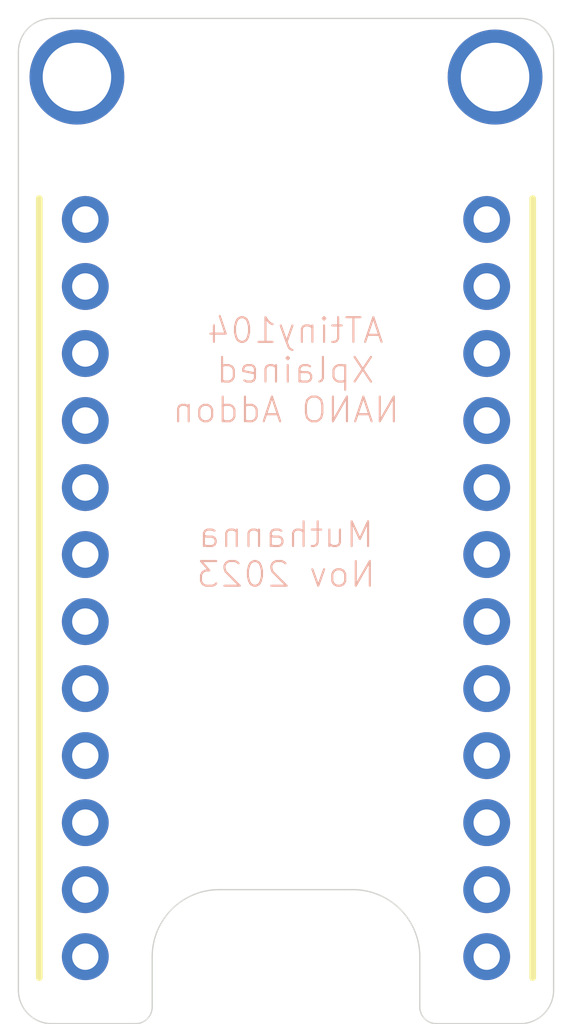
<source format=kicad_pcb>
(kicad_pcb (version 20221018) (generator pcbnew)
  (layers (0 "F.Cu" signal) (31 "B.Cu" signal) (34 "B.Paste" user) (35 "F.Paste" user) (36 "B.SilkS" user "B.Silkscreen") (37 "F.SilkS" user "F.Silkscreen") (38 "B.Mask" user) (39 "F.Mask" user) (44 "Edge.Cuts" user))
  (net 0 "")
  (net 1 "/GND")
  (net 7 "/VCC")
  (net 11 "/PA3")
  (net 21 "/PB0")
  (net 23 "/PA6")
  (footprint "ATtiny104XNANOaddon:1X12_NO_SILK" (layer "F.Cu") (at 140.8811 93.5736 -90)
    (fp_text reference "JP1" hide)
    (fp_text value "M12NO_SILK" hide)
    (pad "1" thru_hole circle (at 0 0) (size 1.778 1.778) (drill 1) (layers "*.Cu" "*.Mask"))
    (pad "2" thru_hole circle (at 2.54 0) (size 1.778 1.778) (drill 1) (layers "*.Cu" "*.Mask"))
    (pad "3" thru_hole circle (at 5.08 0) (size 1.778 1.778) (drill 1) (layers "*.Cu" "*.Mask"))
    (pad "4" thru_hole circle (at 7.62 0) (size 1.778 1.778) (drill 1) (layers "*.Cu" "*.Mask"))
    (pad "5" thru_hole circle (at 10.16 0) (size 1.778 1.778) (drill 1) (layers "*.Cu" "*.Mask"))
    (pad "6" thru_hole circle (at 12.7 0) (size 1.778 1.778) (drill 1) (layers "*.Cu" "*.Mask") (net 7 "/VCC"))
    (pad "7" thru_hole circle (at 15.24 0) (size 1.778 1.778) (drill 1) (layers "*.Cu" "*.Mask"))
    (pad "8" thru_hole circle (at 17.78 0) (size 1.778 1.778) (drill 1) (layers "*.Cu" "*.Mask"))
    (pad "9" thru_hole circle (at 20.32 0) (size 1.778 1.778) (drill 1) (layers "*.Cu" "*.Mask"))
    (pad "10" thru_hole circle (at 22.86 0) (size 1.778 1.778) (drill 1) (layers "*.Cu" "*.Mask") (net 11 "/PA3"))
    (pad "11" thru_hole circle (at 25.4 0) (size 1.778 1.778) (drill 1) (layers "*.Cu" "*.Mask"))
    (pad "12" thru_hole circle (at 27.94 0) (size 1.778 1.778) (drill 1) (layers "*.Cu" "*.Mask"))
  )
  (footprint "ATtiny104XNANOaddon:2,8-PAD" (layer "F.Cu") (at 156.4386 88.1761)
    (fp_text reference "H2" hide)
    (fp_text value "MOUNT-PAD-ROUND2.8" hide)
    (pad "B2,8" thru_hole circle (at 0 0) (size 3.6 3.6) (drill 2.6) (layers "*.Cu" "*.Mask") (net 1 "/GND"))
  )
  (footprint "ATtiny104XNANOaddon:1X12_NO_SILK" (layer "F.Cu") (at 156.1211 93.5736 -90)
    (fp_text reference "JP2" hide)
    (fp_text value "M12NO_SILK" hide)
    (pad "1" thru_hole circle (at 0 0) (size 1.778 1.778) (drill 1) (layers "*.Cu" "*.Mask"))
    (pad "2" thru_hole circle (at 2.54 0) (size 1.778 1.778) (drill 1) (layers "*.Cu" "*.Mask") (net 1 "/GND"))
    (pad "3" thru_hole circle (at 5.08 0) (size 1.778 1.778) (drill 1) (layers "*.Cu" "*.Mask"))
    (pad "4" thru_hole circle (at 7.62 0) (size 1.778 1.778) (drill 1) (layers "*.Cu" "*.Mask"))
    (pad "5" thru_hole circle (at 10.16 0) (size 1.778 1.778) (drill 1) (layers "*.Cu" "*.Mask"))
    (pad "6" thru_hole circle (at 12.7 0) (size 1.778 1.778) (drill 1) (layers "*.Cu" "*.Mask") (net 1 "/GND"))
    (pad "7" thru_hole circle (at 15.24 0) (size 1.778 1.778) (drill 1) (layers "*.Cu" "*.Mask"))
    (pad "8" thru_hole circle (at 17.78 0) (size 1.778 1.778) (drill 1) (layers "*.Cu" "*.Mask"))
    (pad "9" thru_hole circle (at 20.32 0) (size 1.778 1.778) (drill 1) (layers "*.Cu" "*.Mask"))
    (pad "10" thru_hole circle (at 22.86 0) (size 1.778 1.778) (drill 1) (layers "*.Cu" "*.Mask") (net 21 "/PB0"))
    (pad "11" thru_hole circle (at 25.4 0) (size 1.778 1.778) (drill 1) (layers "*.Cu" "*.Mask"))
    (pad "12" thru_hole circle (at 27.94 0) (size 1.778 1.778) (drill 1) (layers "*.Cu" "*.Mask") (net 23 "/PA6"))
  )
  (footprint "ATtiny104XNANOaddon:2,8-PAD" (layer "F.Cu") (at 140.5636 88.1761)
    (fp_text reference "H1" hide)
    (fp_text value "MOUNT-PAD-ROUND2.8" hide)
    (pad "B2,8" thru_hole circle (at 0 0) (size 3.6 3.6) (drill 2.6) (layers "*.Cu" "*.Mask") (net 1 "/GND"))
  )
  (gr_line (start 157.86735 92.77985) (end 157.86735 122.30735) (stroke (width 0.254)) (layer "F.SilkS"))
  (gr_line (start 139.13485 92.77985) (end 139.13485 122.30735) (stroke (width 0.254)) (layer "F.SilkS"))
  (gr_line (start 145.9611 118.9736) (end 151.0411 118.9736) (stroke (width 0.05)) (layer "Edge.Cuts"))
  (gr_line (start 154.2161 124.0536) (end 157.3911 124.0536) (stroke (width 0.05)) (layer "Edge.Cuts"))
  (gr_arc (start 151.0411 118.9736) (mid 152.837151 119.717549) (end 153.5811 121.5136) (stroke (width 0.05)) (layer "Edge.Cuts"))
  (gr_line (start 158.6611 122.7836) (end 158.6611 87.2236) (stroke (width 0.05)) (layer "Edge.Cuts"))
  (gr_arc (start 143.4211 121.5136) (mid 144.165049 119.717549) (end 145.9611 118.9736) (stroke (width 0.05)) (layer "Edge.Cuts"))
  (gr_arc (start 158.6611 122.7836) (mid 158.289126 123.681626) (end 157.3911 124.0536) (stroke (width 0.05)) (layer "Edge.Cuts"))
  (gr_line (start 153.5811 121.5136) (end 153.5811 123.4186) (stroke (width 0.05)) (layer "Edge.Cuts"))
  (gr_line (start 139.6111 124.0536) (end 142.7861 124.0536) (stroke (width 0.05)) (layer "Edge.Cuts"))
  (gr_arc (start 138.3411 87.2236) (mid 138.713074 86.325574) (end 139.6111 85.9536) (stroke (width 0.05)) (layer "Edge.Cuts"))
  (gr_arc (start 154.2161 124.0536) (mid 153.767087 123.867613) (end 153.5811 123.4186) (stroke (width 0.05)) (layer "Edge.Cuts"))
  (gr_line (start 143.4211 123.4186) (end 143.4211 121.5136) (stroke (width 0.05)) (layer "Edge.Cuts"))
  (gr_arc (start 157.3911 85.9536) (mid 158.289126 86.325574) (end 158.6611 87.2236) (stroke (width 0.05)) (layer "Edge.Cuts"))
  (gr_line (start 138.3411 87.2236) (end 138.3411 122.7836) (stroke (width 0.05)) (layer "Edge.Cuts"))
  (gr_line (start 157.3911 85.9536) (end 139.6111 85.9536) (stroke (width 0.05)) (layer "Edge.Cuts"))
  (gr_arc (start 143.4211 123.4186) (mid 143.235113 123.867613) (end 142.7861 124.0536) (stroke (width 0.05)) (layer "Edge.Cuts"))
  (gr_arc (start 139.6111 124.0536) (mid 138.713074 123.681626) (end 138.3411 122.7836) (stroke (width 0.05)) (layer "Edge.Cuts"))
  (gr_text "ATtiny104 \nXplained \nNANO Addon" (at 148.5011 99.2886) (layer "B.SilkS") (effects (font (size 0.93472 0.93472) (thickness 0.08128)) (justify mirror)))
  (gr_text "Muthanna\nNov 2023" (at 148.5011 106.2736) (layer "B.SilkS") (effects (font (size 0.93472 0.93472) (thickness 0.08128)) (justify mirror)))
)
</source>
